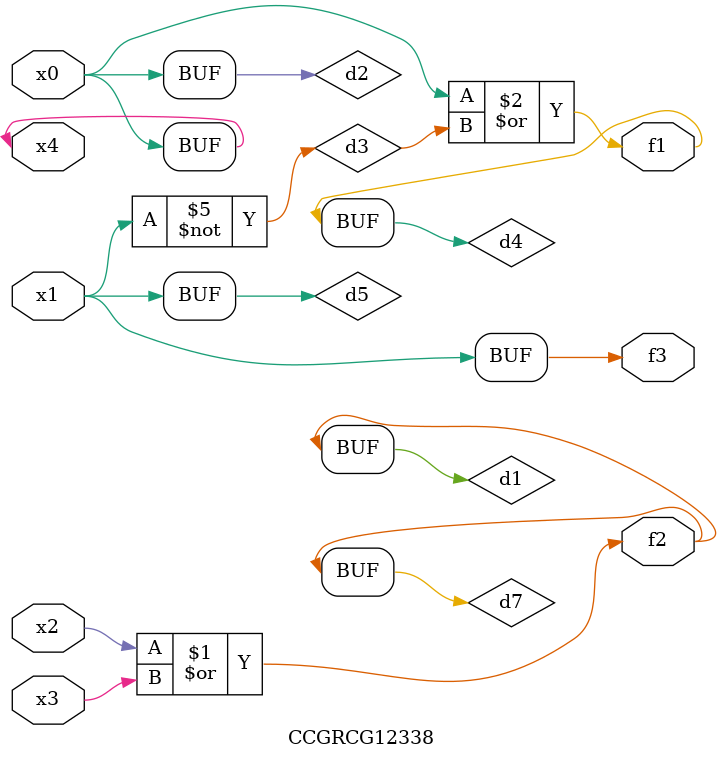
<source format=v>
module CCGRCG12338(
	input x0, x1, x2, x3, x4,
	output f1, f2, f3
);

	wire d1, d2, d3, d4, d5, d6, d7;

	or (d1, x2, x3);
	buf (d2, x0, x4);
	not (d3, x1);
	or (d4, d2, d3);
	not (d5, d3);
	nand (d6, d1, d3);
	or (d7, d1);
	assign f1 = d4;
	assign f2 = d7;
	assign f3 = d5;
endmodule

</source>
